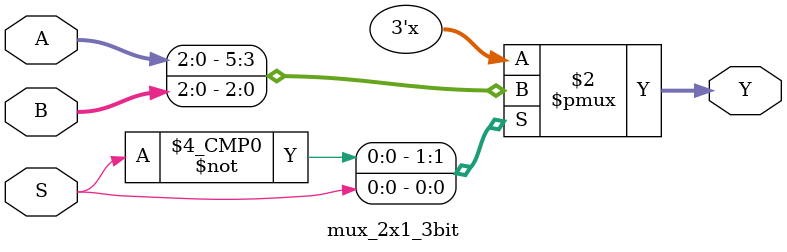
<source format=v>


module mux_2x1_3bit (Y, S, A, B);
	
	//Inputs
	input wire [2:0] A, B;
	input wire S;

	//Outputs
	output reg [2:0] Y;

	//Test for selection bit
	always @ (S, A, B)

	case(S)
		1'b0:	Y=A;
		1'b1:	Y=B;
	endcase // S

endmodule // mux_2x1_3bit
</source>
